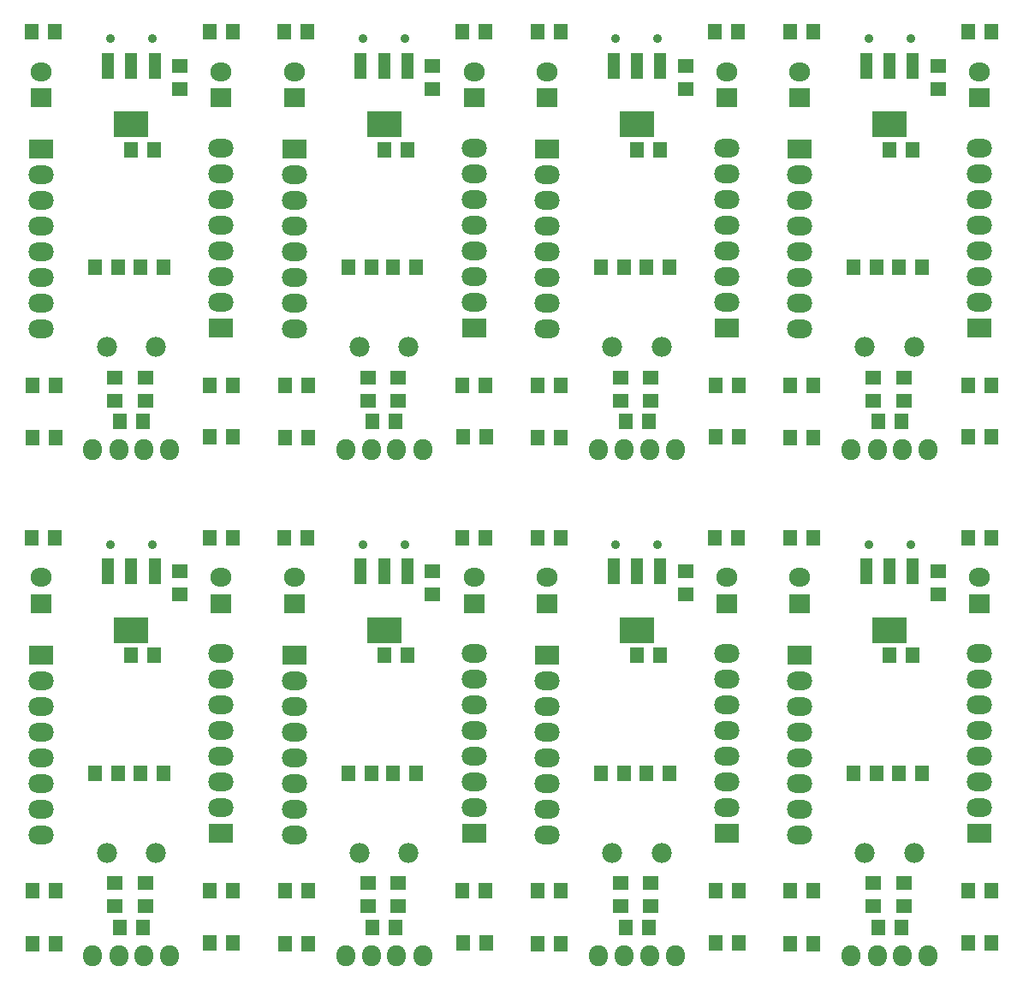
<source format=gbs>
G04*
G04 #@! TF.GenerationSoftware,Altium Limited,Altium Designer,18.1.6 (161)*
G04*
G04 Layer_Color=16711935*
%FSLAX25Y25*%
%MOIN*%
G70*
G01*
G75*
%ADD39R,0.06300X0.05800*%
%ADD40R,0.05800X0.06300*%
%ADD46O,0.09800X0.07300*%
%ADD47R,0.09800X0.07300*%
%ADD48O,0.08300X0.07300*%
%ADD49R,0.08300X0.07300*%
%ADD50C,0.07800*%
%ADD51O,0.07300X0.08300*%
%ADD52C,0.03556*%
%ADD53R,0.04737X0.10249*%
%ADD54R,0.13792X0.10249*%
D39*
X54724Y47583D02*
D03*
Y38583D02*
D03*
X42913D02*
D03*
Y47583D02*
D03*
X68110Y159898D02*
D03*
Y168898D02*
D03*
X153150Y47583D02*
D03*
Y38583D02*
D03*
X141339D02*
D03*
Y47583D02*
D03*
X166535Y159898D02*
D03*
Y168898D02*
D03*
X251575Y47583D02*
D03*
Y38583D02*
D03*
X239764D02*
D03*
Y47583D02*
D03*
X264961Y159898D02*
D03*
Y168898D02*
D03*
X350000Y47583D02*
D03*
Y38583D02*
D03*
X338189D02*
D03*
Y47583D02*
D03*
X363386Y159898D02*
D03*
Y168898D02*
D03*
X54724Y244433D02*
D03*
Y235433D02*
D03*
X42913D02*
D03*
Y244433D02*
D03*
X68110Y356748D02*
D03*
Y365748D02*
D03*
X153150Y244433D02*
D03*
Y235433D02*
D03*
X141339D02*
D03*
Y244433D02*
D03*
X166535Y356748D02*
D03*
Y365748D02*
D03*
X251575Y244433D02*
D03*
Y235433D02*
D03*
X239764D02*
D03*
Y244433D02*
D03*
X264961Y356748D02*
D03*
Y365748D02*
D03*
X350000Y244433D02*
D03*
Y235433D02*
D03*
X338189D02*
D03*
Y244433D02*
D03*
X363386Y356748D02*
D03*
Y365748D02*
D03*
D40*
X79700Y182100D02*
D03*
X88700D02*
D03*
X52800Y90400D02*
D03*
X61800D02*
D03*
X35200D02*
D03*
X44200D02*
D03*
X10600Y44600D02*
D03*
X19600D02*
D03*
X10600Y24100D02*
D03*
X19600D02*
D03*
X44763Y30315D02*
D03*
X53763D02*
D03*
X88900Y24400D02*
D03*
X79900D02*
D03*
X88800Y44600D02*
D03*
X79800D02*
D03*
X19474Y182059D02*
D03*
X10474D02*
D03*
X58213Y136221D02*
D03*
X49213D02*
D03*
X178125Y182100D02*
D03*
X187125D02*
D03*
X151225Y90400D02*
D03*
X160225D02*
D03*
X133625D02*
D03*
X142625D02*
D03*
X109025Y44600D02*
D03*
X118025D02*
D03*
X109025Y24100D02*
D03*
X118025D02*
D03*
X143188Y30315D02*
D03*
X152188D02*
D03*
X187325Y24400D02*
D03*
X178325D02*
D03*
X187225Y44600D02*
D03*
X178225D02*
D03*
X117899Y182059D02*
D03*
X108899D02*
D03*
X156638Y136221D02*
D03*
X147638D02*
D03*
X276550Y182100D02*
D03*
X285550D02*
D03*
X249650Y90400D02*
D03*
X258650D02*
D03*
X232050D02*
D03*
X241050D02*
D03*
X207450Y44600D02*
D03*
X216450D02*
D03*
X207450Y24100D02*
D03*
X216450D02*
D03*
X241613Y30315D02*
D03*
X250613D02*
D03*
X285750Y24400D02*
D03*
X276750D02*
D03*
X285650Y44600D02*
D03*
X276650D02*
D03*
X216324Y182059D02*
D03*
X207324D02*
D03*
X255063Y136221D02*
D03*
X246063D02*
D03*
X374976Y182100D02*
D03*
X383976D02*
D03*
X348076Y90400D02*
D03*
X357076D02*
D03*
X330476D02*
D03*
X339476D02*
D03*
X305876Y44600D02*
D03*
X314876D02*
D03*
X305876Y24100D02*
D03*
X314876D02*
D03*
X340038Y30315D02*
D03*
X349038D02*
D03*
X384176Y24400D02*
D03*
X375176D02*
D03*
X384076Y44600D02*
D03*
X375076D02*
D03*
X314749Y182059D02*
D03*
X305749D02*
D03*
X353488Y136221D02*
D03*
X344488D02*
D03*
X79700Y378950D02*
D03*
X88700D02*
D03*
X52800Y287250D02*
D03*
X61800D02*
D03*
X35200D02*
D03*
X44200D02*
D03*
X10600Y241450D02*
D03*
X19600D02*
D03*
X10600Y220950D02*
D03*
X19600D02*
D03*
X44763Y227165D02*
D03*
X53763D02*
D03*
X88900Y221250D02*
D03*
X79900D02*
D03*
X88800Y241450D02*
D03*
X79800D02*
D03*
X19474Y378909D02*
D03*
X10474D02*
D03*
X58213Y333071D02*
D03*
X49213D02*
D03*
X178125Y378950D02*
D03*
X187125D02*
D03*
X151225Y287250D02*
D03*
X160225D02*
D03*
X133625D02*
D03*
X142625D02*
D03*
X109025Y241450D02*
D03*
X118025D02*
D03*
X109025Y220950D02*
D03*
X118025D02*
D03*
X143188Y227165D02*
D03*
X152188D02*
D03*
X187325Y221250D02*
D03*
X178325D02*
D03*
X187225Y241450D02*
D03*
X178225D02*
D03*
X117899Y378909D02*
D03*
X108899D02*
D03*
X156638Y333071D02*
D03*
X147638D02*
D03*
X276550Y378950D02*
D03*
X285550D02*
D03*
X249650Y287250D02*
D03*
X258650D02*
D03*
X232050D02*
D03*
X241050D02*
D03*
X207450Y241450D02*
D03*
X216450D02*
D03*
X207450Y220950D02*
D03*
X216450D02*
D03*
X241613Y227165D02*
D03*
X250613D02*
D03*
X285750Y221250D02*
D03*
X276750D02*
D03*
X285650Y241450D02*
D03*
X276650D02*
D03*
X216324Y378909D02*
D03*
X207324D02*
D03*
X255063Y333071D02*
D03*
X246063D02*
D03*
X374976Y378950D02*
D03*
X383976D02*
D03*
X348076Y287250D02*
D03*
X357076D02*
D03*
X330476D02*
D03*
X339476D02*
D03*
X305876Y241450D02*
D03*
X314876D02*
D03*
X305876Y220950D02*
D03*
X314876D02*
D03*
X340038Y227165D02*
D03*
X349038D02*
D03*
X384176Y221250D02*
D03*
X375176D02*
D03*
X384076Y241450D02*
D03*
X375076D02*
D03*
X314749Y378909D02*
D03*
X305749D02*
D03*
X353488Y333071D02*
D03*
X344488D02*
D03*
D46*
X84213Y126929D02*
D03*
Y106929D02*
D03*
Y76929D02*
D03*
Y86929D02*
D03*
Y96929D02*
D03*
Y116929D02*
D03*
Y136929D02*
D03*
X14213Y76457D02*
D03*
Y96457D02*
D03*
Y126457D02*
D03*
Y116457D02*
D03*
Y106457D02*
D03*
Y86457D02*
D03*
Y66457D02*
D03*
X182638Y126929D02*
D03*
Y106929D02*
D03*
Y76929D02*
D03*
Y86929D02*
D03*
Y96929D02*
D03*
Y116929D02*
D03*
Y136929D02*
D03*
X112638Y76457D02*
D03*
Y96457D02*
D03*
Y126457D02*
D03*
Y116457D02*
D03*
Y106457D02*
D03*
Y86457D02*
D03*
Y66457D02*
D03*
X281063Y126929D02*
D03*
Y106929D02*
D03*
Y76929D02*
D03*
Y86929D02*
D03*
Y96929D02*
D03*
Y116929D02*
D03*
Y136929D02*
D03*
X211063Y76457D02*
D03*
Y96457D02*
D03*
Y126457D02*
D03*
Y116457D02*
D03*
Y106457D02*
D03*
Y86457D02*
D03*
Y66457D02*
D03*
X379488Y126929D02*
D03*
Y106929D02*
D03*
Y76929D02*
D03*
Y86929D02*
D03*
Y96929D02*
D03*
Y116929D02*
D03*
Y136929D02*
D03*
X309488Y76457D02*
D03*
Y96457D02*
D03*
Y126457D02*
D03*
Y116457D02*
D03*
Y106457D02*
D03*
Y86457D02*
D03*
Y66457D02*
D03*
X84213Y323780D02*
D03*
Y303780D02*
D03*
Y273780D02*
D03*
Y283780D02*
D03*
Y293779D02*
D03*
Y313779D02*
D03*
Y333780D02*
D03*
X14213Y273307D02*
D03*
Y293307D02*
D03*
Y323307D02*
D03*
Y313307D02*
D03*
Y303307D02*
D03*
Y283307D02*
D03*
Y263307D02*
D03*
X182638Y323780D02*
D03*
Y303780D02*
D03*
Y273780D02*
D03*
Y283780D02*
D03*
Y293779D02*
D03*
Y313779D02*
D03*
Y333780D02*
D03*
X112638Y273307D02*
D03*
Y293307D02*
D03*
Y323307D02*
D03*
Y313307D02*
D03*
Y303307D02*
D03*
Y283307D02*
D03*
Y263307D02*
D03*
X281063Y323780D02*
D03*
Y303780D02*
D03*
Y273780D02*
D03*
Y283780D02*
D03*
Y293779D02*
D03*
Y313779D02*
D03*
Y333780D02*
D03*
X211063Y273307D02*
D03*
Y293307D02*
D03*
Y323307D02*
D03*
Y313307D02*
D03*
Y303307D02*
D03*
Y283307D02*
D03*
Y263307D02*
D03*
X379488Y323780D02*
D03*
Y303780D02*
D03*
Y273780D02*
D03*
Y283780D02*
D03*
Y293779D02*
D03*
Y313779D02*
D03*
Y333780D02*
D03*
X309488Y273307D02*
D03*
Y293307D02*
D03*
Y323307D02*
D03*
Y313307D02*
D03*
Y303307D02*
D03*
Y283307D02*
D03*
Y263307D02*
D03*
D47*
X84213Y66929D02*
D03*
X14213Y136457D02*
D03*
X182638Y66929D02*
D03*
X112638Y136457D02*
D03*
X281063Y66929D02*
D03*
X211063Y136457D02*
D03*
X379488Y66929D02*
D03*
X309488Y136457D02*
D03*
X84213Y263779D02*
D03*
X14213Y333307D02*
D03*
X182638Y263779D02*
D03*
X112638Y333307D02*
D03*
X281063Y263779D02*
D03*
X211063Y333307D02*
D03*
X379488Y263779D02*
D03*
X309488Y333307D02*
D03*
D48*
X14213Y166557D02*
D03*
X84213D02*
D03*
X112638D02*
D03*
X182638D02*
D03*
X211063D02*
D03*
X281063D02*
D03*
X309488D02*
D03*
X379488D02*
D03*
X14213Y363407D02*
D03*
X84213D02*
D03*
X112638D02*
D03*
X182638D02*
D03*
X211063D02*
D03*
X281063D02*
D03*
X309488D02*
D03*
X379488D02*
D03*
D49*
X14213Y156457D02*
D03*
X84213D02*
D03*
X112638D02*
D03*
X182638D02*
D03*
X211063D02*
D03*
X281063D02*
D03*
X309488D02*
D03*
X379488D02*
D03*
X14213Y353307D02*
D03*
X84213D02*
D03*
X112638D02*
D03*
X182638D02*
D03*
X211063D02*
D03*
X281063D02*
D03*
X309488D02*
D03*
X379488D02*
D03*
D50*
X39606Y59449D02*
D03*
X58819D02*
D03*
X138031D02*
D03*
X157244D02*
D03*
X236457D02*
D03*
X255669D02*
D03*
X334882D02*
D03*
X354095D02*
D03*
X39606Y256299D02*
D03*
X58819D02*
D03*
X138031D02*
D03*
X157244D02*
D03*
X236457D02*
D03*
X255669D02*
D03*
X334882D02*
D03*
X354095D02*
D03*
D51*
X34213Y19291D02*
D03*
X44313D02*
D03*
X54113D02*
D03*
X64213D02*
D03*
X132638D02*
D03*
X142738D02*
D03*
X152538D02*
D03*
X162638D02*
D03*
X231063D02*
D03*
X241163D02*
D03*
X250963D02*
D03*
X261063D02*
D03*
X329488D02*
D03*
X339588D02*
D03*
X349388D02*
D03*
X359488D02*
D03*
X34213Y216142D02*
D03*
X44313D02*
D03*
X54113D02*
D03*
X64213D02*
D03*
X132638D02*
D03*
X142738D02*
D03*
X152538D02*
D03*
X162638D02*
D03*
X231063D02*
D03*
X241163D02*
D03*
X250963D02*
D03*
X261063D02*
D03*
X329488D02*
D03*
X339588D02*
D03*
X349388D02*
D03*
X359488D02*
D03*
D52*
X57382Y179331D02*
D03*
X41043D02*
D03*
X155807D02*
D03*
X139469D02*
D03*
X254232D02*
D03*
X237894D02*
D03*
X352658D02*
D03*
X336319D02*
D03*
X57382Y376181D02*
D03*
X41043D02*
D03*
X155807D02*
D03*
X139469D02*
D03*
X254232D02*
D03*
X237894D02*
D03*
X352658D02*
D03*
X336319D02*
D03*
D53*
X40157Y168898D02*
D03*
X49213D02*
D03*
X58268D02*
D03*
X138583D02*
D03*
X147638D02*
D03*
X156693D02*
D03*
X237008D02*
D03*
X246063D02*
D03*
X255118D02*
D03*
X335433D02*
D03*
X344488D02*
D03*
X353543D02*
D03*
X40157Y365748D02*
D03*
X49213D02*
D03*
X58268D02*
D03*
X138583D02*
D03*
X147638D02*
D03*
X156693D02*
D03*
X237008D02*
D03*
X246063D02*
D03*
X255118D02*
D03*
X335433D02*
D03*
X344488D02*
D03*
X353543D02*
D03*
D54*
X49213Y146063D02*
D03*
X147638D02*
D03*
X246063D02*
D03*
X344488D02*
D03*
X49213Y342913D02*
D03*
X147638D02*
D03*
X246063D02*
D03*
X344488D02*
D03*
M02*

</source>
